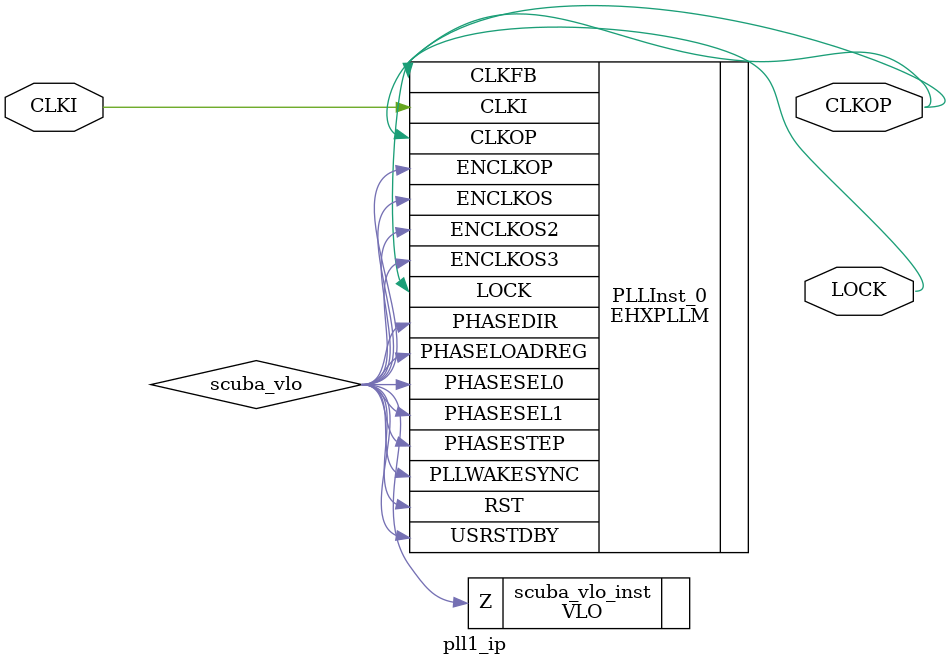
<source format=v>

module pll1_ip (CLKI, CLKOP, LOCK) /* synthesis NGD_DRC_MASK=1, syn_module_defined=1 */ ;   // c:/project_files/u3vision_project/crosslink_u3v_project/u3v_live_aud_nd_vid_explorer_des/pll1/pll1_ip/pll1_ip.v(8[8:15])
    input CLKI;   // c:/project_files/u3vision_project/crosslink_u3v_project/u3v_live_aud_nd_vid_explorer_des/pll1/pll1_ip/pll1_ip.v(9[16:20])
    output CLKOP;   // c:/project_files/u3vision_project/crosslink_u3v_project/u3v_live_aud_nd_vid_explorer_des/pll1/pll1_ip/pll1_ip.v(10[17:22])
    output LOCK;   // c:/project_files/u3vision_project/crosslink_u3v_project/u3v_live_aud_nd_vid_explorer_des/pll1/pll1_ip/pll1_ip.v(11[17:21])
    
    wire CLKI /* synthesis is_clock=1 */ ;   // c:/project_files/u3vision_project/crosslink_u3v_project/u3v_live_aud_nd_vid_explorer_des/pll1/pll1_ip/pll1_ip.v(9[16:20])
    wire CLKOP /* synthesis is_clock=1 */ ;   // c:/project_files/u3vision_project/crosslink_u3v_project/u3v_live_aud_nd_vid_explorer_des/pll1/pll1_ip/pll1_ip.v(10[17:22])
    
    wire scuba_vlo, VCC_net;
    
    VLO scuba_vlo_inst (.Z(scuba_vlo));
    EHXPLLM PLLInst_0 (.CLKI(CLKI), .CLKFB(CLKOP), .PHASESEL0(scuba_vlo), 
            .PHASESEL1(scuba_vlo), .PHASEDIR(scuba_vlo), .PHASESTEP(scuba_vlo), 
            .PHASELOADREG(scuba_vlo), .USRSTDBY(scuba_vlo), .PLLWAKESYNC(scuba_vlo), 
            .RST(scuba_vlo), .ENCLKOP(scuba_vlo), .ENCLKOS(scuba_vlo), 
            .ENCLKOS2(scuba_vlo), .ENCLKOS3(scuba_vlo), .CLKOP(CLKOP), 
            .LOCK(LOCK)) /* synthesis FREQUENCY_PIN_CLKOP="83.330000", FREQUENCY_PIN_CLKI="83.330000", ICP_CURRENT="12", LPF_RESISTOR="8", syn_instantiated=1 */ ;
    defparam PLLInst_0.FIN = "100.0000";
    defparam PLLInst_0.CLKI_DIV = 1;
    defparam PLLInst_0.CLKFB_DIV = 1;
    defparam PLLInst_0.CLKOP_DIV = 11;
    defparam PLLInst_0.CLKOS_DIV = 1;
    defparam PLLInst_0.CLKOS2_DIV = 1;
    defparam PLLInst_0.CLKOS3_DIV = 1;
    defparam PLLInst_0.CLKOP_ENABLE = "ENABLED";
    defparam PLLInst_0.CLKOS_ENABLE = "DISABLED";
    defparam PLLInst_0.CLKOS2_ENABLE = "DISABLED";
    defparam PLLInst_0.CLKOS3_ENABLE = "DISABLED";
    defparam PLLInst_0.CLKOP_CPHASE = 10;
    defparam PLLInst_0.CLKOS_CPHASE = 0;
    defparam PLLInst_0.CLKOS2_CPHASE = 0;
    defparam PLLInst_0.CLKOS3_CPHASE = 0;
    defparam PLLInst_0.CLKOP_FPHASE = 0;
    defparam PLLInst_0.CLKOS_FPHASE = 0;
    defparam PLLInst_0.CLKOS2_FPHASE = 0;
    defparam PLLInst_0.CLKOS3_FPHASE = 0;
    defparam PLLInst_0.FEEDBK_PATH = "CLKOP";
    defparam PLLInst_0.CLKOP_TRIM_POL = "FALLING";
    defparam PLLInst_0.CLKOP_TRIM_DELAY = 0;
    defparam PLLInst_0.CLKOS_TRIM_POL = "FALLING";
    defparam PLLInst_0.CLKOS_TRIM_DELAY = 0;
    defparam PLLInst_0.OUTDIVIDER_MUXA = "DIVA";
    defparam PLLInst_0.OUTDIVIDER_MUXB = "DIVB";
    defparam PLLInst_0.OUTDIVIDER_MUXC = "DIVC";
    defparam PLLInst_0.OUTDIVIDER_MUXD = "DIVD";
    defparam PLLInst_0.PLL_LOCK_MODE = 0;
    defparam PLLInst_0.PLL_LOCK_DELAY = 200;
    defparam PLLInst_0.REFIN_RESET = "DISABLED";
    defparam PLLInst_0.SYNC_ENABLE = "DISABLED";
    defparam PLLInst_0.INT_LOCK_STICKY = "ENABLED";
    defparam PLLInst_0.DPHASE_SOURCE = "DISABLED";
    defparam PLLInst_0.STDBY_ENABLE = "DISABLED";
    defparam PLLInst_0.PLLRST_ENA = "DISABLED";
    defparam PLLInst_0.INTFB_WAKE = "DISABLED";
    PUR PUR_INST (.PUR(VCC_net));
    defparam PUR_INST.RST_PULSE = 1;
    VHI i46 (.Z(VCC_net));
    GSR GSR_INST (.GSR(VCC_net));
    
endmodule
//
// Verilog Description of module PUR
// module not written out since it is a black-box. 
//


</source>
